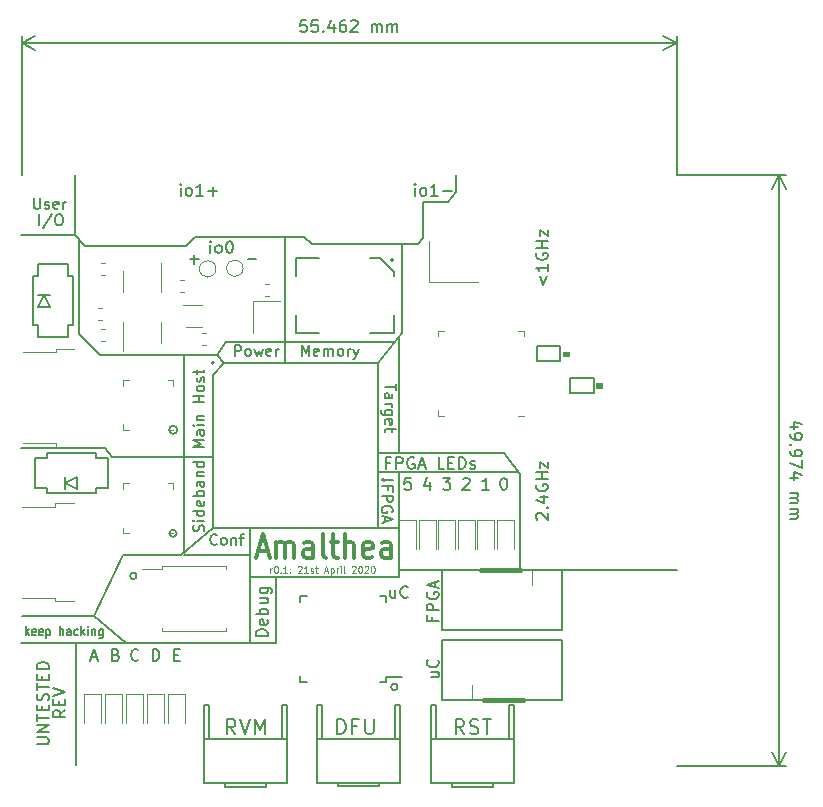
<source format=gto>
G04 #@! TF.GenerationSoftware,KiCad,Pcbnew,5.1.5-52549c5~84~ubuntu18.04.1*
G04 #@! TF.CreationDate,2020-04-21T12:23:25+01:00*
G04 #@! TF.ProjectId,amalthea_rev0,616d616c-7468-4656-915f-726576302e6b,rev?*
G04 #@! TF.SameCoordinates,Original*
G04 #@! TF.FileFunction,Legend,Top*
G04 #@! TF.FilePolarity,Positive*
%FSLAX46Y46*%
G04 Gerber Fmt 4.6, Leading zero omitted, Abs format (unit mm)*
G04 Created by KiCad (PCBNEW 5.1.5-52549c5~84~ubuntu18.04.1) date 2020-04-21 12:23:25*
%MOMM*%
%LPD*%
G04 APERTURE LIST*
%ADD10C,0.150000*%
%ADD11C,0.381000*%
%ADD12C,0.203200*%
%ADD13C,0.125000*%
%ADD14C,0.300000*%
%ADD15C,0.120000*%
%ADD16C,0.100000*%
%ADD17C,0.200000*%
G04 APERTURE END LIST*
D10*
X111269047Y-73121428D02*
X112030952Y-73121428D01*
X106369047Y-73121428D02*
X107130952Y-73121428D01*
X106750000Y-73502380D02*
X106750000Y-72740476D01*
X108121428Y-72602380D02*
X108121428Y-71935714D01*
X108121428Y-71602380D02*
X108073809Y-71650000D01*
X108121428Y-71697619D01*
X108169047Y-71650000D01*
X108121428Y-71602380D01*
X108121428Y-71697619D01*
X108740476Y-72602380D02*
X108645238Y-72554761D01*
X108597619Y-72507142D01*
X108550000Y-72411904D01*
X108550000Y-72126190D01*
X108597619Y-72030952D01*
X108645238Y-71983333D01*
X108740476Y-71935714D01*
X108883333Y-71935714D01*
X108978571Y-71983333D01*
X109026190Y-72030952D01*
X109073809Y-72126190D01*
X109073809Y-72411904D01*
X109026190Y-72507142D01*
X108978571Y-72554761D01*
X108883333Y-72602380D01*
X108740476Y-72602380D01*
X109692857Y-71602380D02*
X109788095Y-71602380D01*
X109883333Y-71650000D01*
X109930952Y-71697619D01*
X109978571Y-71792857D01*
X110026190Y-71983333D01*
X110026190Y-72221428D01*
X109978571Y-72411904D01*
X109930952Y-72507142D01*
X109883333Y-72554761D01*
X109788095Y-72602380D01*
X109692857Y-72602380D01*
X109597619Y-72554761D01*
X109550000Y-72507142D01*
X109502380Y-72411904D01*
X109454761Y-72221428D01*
X109454761Y-71983333D01*
X109502380Y-71792857D01*
X109550000Y-71697619D01*
X109597619Y-71650000D01*
X109692857Y-71602380D01*
X136035714Y-74573809D02*
X136321428Y-75335714D01*
X136607142Y-74573809D01*
X136702380Y-73573809D02*
X136702380Y-74145238D01*
X136702380Y-73859523D02*
X135702380Y-73859523D01*
X135845238Y-73954761D01*
X135940476Y-74050000D01*
X135988095Y-74145238D01*
X135750000Y-72621428D02*
X135702380Y-72716666D01*
X135702380Y-72859523D01*
X135750000Y-73002380D01*
X135845238Y-73097619D01*
X135940476Y-73145238D01*
X136130952Y-73192857D01*
X136273809Y-73192857D01*
X136464285Y-73145238D01*
X136559523Y-73097619D01*
X136654761Y-73002380D01*
X136702380Y-72859523D01*
X136702380Y-72764285D01*
X136654761Y-72621428D01*
X136607142Y-72573809D01*
X136273809Y-72573809D01*
X136273809Y-72764285D01*
X136702380Y-72145238D02*
X135702380Y-72145238D01*
X136178571Y-72145238D02*
X136178571Y-71573809D01*
X136702380Y-71573809D02*
X135702380Y-71573809D01*
X136035714Y-71192857D02*
X136035714Y-70669047D01*
X136702380Y-71192857D01*
X136702380Y-70669047D01*
X135797619Y-95178571D02*
X135750000Y-95130952D01*
X135702380Y-95035714D01*
X135702380Y-94797619D01*
X135750000Y-94702380D01*
X135797619Y-94654761D01*
X135892857Y-94607142D01*
X135988095Y-94607142D01*
X136130952Y-94654761D01*
X136702380Y-95226190D01*
X136702380Y-94607142D01*
X136607142Y-94178571D02*
X136654761Y-94130952D01*
X136702380Y-94178571D01*
X136654761Y-94226190D01*
X136607142Y-94178571D01*
X136702380Y-94178571D01*
X136035714Y-93273809D02*
X136702380Y-93273809D01*
X135654761Y-93511904D02*
X136369047Y-93750000D01*
X136369047Y-93130952D01*
X135750000Y-92226190D02*
X135702380Y-92321428D01*
X135702380Y-92464285D01*
X135750000Y-92607142D01*
X135845238Y-92702380D01*
X135940476Y-92750000D01*
X136130952Y-92797619D01*
X136273809Y-92797619D01*
X136464285Y-92750000D01*
X136559523Y-92702380D01*
X136654761Y-92607142D01*
X136702380Y-92464285D01*
X136702380Y-92369047D01*
X136654761Y-92226190D01*
X136607142Y-92178571D01*
X136273809Y-92178571D01*
X136273809Y-92369047D01*
X136702380Y-91750000D02*
X135702380Y-91750000D01*
X136178571Y-91750000D02*
X136178571Y-91178571D01*
X136702380Y-91178571D02*
X135702380Y-91178571D01*
X136035714Y-90797619D02*
X136035714Y-90273809D01*
X136702380Y-90797619D01*
X136702380Y-90273809D01*
X92508614Y-104992714D02*
X92508614Y-104230714D01*
X92573928Y-104702428D02*
X92769871Y-104992714D01*
X92769871Y-104484714D02*
X92508614Y-104775000D01*
X93325042Y-104956428D02*
X93259728Y-104992714D01*
X93129100Y-104992714D01*
X93063785Y-104956428D01*
X93031128Y-104883857D01*
X93031128Y-104593571D01*
X93063785Y-104521000D01*
X93129100Y-104484714D01*
X93259728Y-104484714D01*
X93325042Y-104521000D01*
X93357700Y-104593571D01*
X93357700Y-104666142D01*
X93031128Y-104738714D01*
X93912871Y-104956428D02*
X93847557Y-104992714D01*
X93716928Y-104992714D01*
X93651614Y-104956428D01*
X93618957Y-104883857D01*
X93618957Y-104593571D01*
X93651614Y-104521000D01*
X93716928Y-104484714D01*
X93847557Y-104484714D01*
X93912871Y-104521000D01*
X93945528Y-104593571D01*
X93945528Y-104666142D01*
X93618957Y-104738714D01*
X94239442Y-104484714D02*
X94239442Y-105246714D01*
X94239442Y-104521000D02*
X94304757Y-104484714D01*
X94435385Y-104484714D01*
X94500700Y-104521000D01*
X94533357Y-104557285D01*
X94566014Y-104629857D01*
X94566014Y-104847571D01*
X94533357Y-104920142D01*
X94500700Y-104956428D01*
X94435385Y-104992714D01*
X94304757Y-104992714D01*
X94239442Y-104956428D01*
X95382442Y-104992714D02*
X95382442Y-104230714D01*
X95676357Y-104992714D02*
X95676357Y-104593571D01*
X95643700Y-104521000D01*
X95578385Y-104484714D01*
X95480414Y-104484714D01*
X95415100Y-104521000D01*
X95382442Y-104557285D01*
X96296842Y-104992714D02*
X96296842Y-104593571D01*
X96264185Y-104521000D01*
X96198871Y-104484714D01*
X96068242Y-104484714D01*
X96002928Y-104521000D01*
X96296842Y-104956428D02*
X96231528Y-104992714D01*
X96068242Y-104992714D01*
X96002928Y-104956428D01*
X95970271Y-104883857D01*
X95970271Y-104811285D01*
X96002928Y-104738714D01*
X96068242Y-104702428D01*
X96231528Y-104702428D01*
X96296842Y-104666142D01*
X96917328Y-104956428D02*
X96852014Y-104992714D01*
X96721385Y-104992714D01*
X96656071Y-104956428D01*
X96623414Y-104920142D01*
X96590757Y-104847571D01*
X96590757Y-104629857D01*
X96623414Y-104557285D01*
X96656071Y-104521000D01*
X96721385Y-104484714D01*
X96852014Y-104484714D01*
X96917328Y-104521000D01*
X97211242Y-104992714D02*
X97211242Y-104230714D01*
X97276557Y-104702428D02*
X97472500Y-104992714D01*
X97472500Y-104484714D02*
X97211242Y-104775000D01*
X97766414Y-104992714D02*
X97766414Y-104484714D01*
X97766414Y-104230714D02*
X97733757Y-104267000D01*
X97766414Y-104303285D01*
X97799071Y-104267000D01*
X97766414Y-104230714D01*
X97766414Y-104303285D01*
X98092985Y-104484714D02*
X98092985Y-104992714D01*
X98092985Y-104557285D02*
X98125642Y-104521000D01*
X98190957Y-104484714D01*
X98288928Y-104484714D01*
X98354242Y-104521000D01*
X98386900Y-104593571D01*
X98386900Y-104992714D01*
X99007385Y-104484714D02*
X99007385Y-105101571D01*
X98974728Y-105174142D01*
X98942071Y-105210428D01*
X98876757Y-105246714D01*
X98778785Y-105246714D01*
X98713471Y-105210428D01*
X99007385Y-104956428D02*
X98942071Y-104992714D01*
X98811442Y-104992714D01*
X98746128Y-104956428D01*
X98713471Y-104920142D01*
X98680814Y-104847571D01*
X98680814Y-104629857D01*
X98713471Y-104557285D01*
X98746128Y-104521000D01*
X98811442Y-104484714D01*
X98942071Y-104484714D01*
X99007385Y-104521000D01*
X93181714Y-67952257D02*
X93181714Y-68692485D01*
X93225257Y-68779571D01*
X93268800Y-68823114D01*
X93355885Y-68866657D01*
X93530057Y-68866657D01*
X93617142Y-68823114D01*
X93660685Y-68779571D01*
X93704228Y-68692485D01*
X93704228Y-67952257D01*
X94096114Y-68823114D02*
X94183200Y-68866657D01*
X94357371Y-68866657D01*
X94444457Y-68823114D01*
X94488000Y-68736028D01*
X94488000Y-68692485D01*
X94444457Y-68605400D01*
X94357371Y-68561857D01*
X94226742Y-68561857D01*
X94139657Y-68518314D01*
X94096114Y-68431228D01*
X94096114Y-68387685D01*
X94139657Y-68300600D01*
X94226742Y-68257057D01*
X94357371Y-68257057D01*
X94444457Y-68300600D01*
X95228228Y-68823114D02*
X95141142Y-68866657D01*
X94966971Y-68866657D01*
X94879885Y-68823114D01*
X94836342Y-68736028D01*
X94836342Y-68387685D01*
X94879885Y-68300600D01*
X94966971Y-68257057D01*
X95141142Y-68257057D01*
X95228228Y-68300600D01*
X95271771Y-68387685D01*
X95271771Y-68474771D01*
X94836342Y-68561857D01*
X95663657Y-68866657D02*
X95663657Y-68257057D01*
X95663657Y-68431228D02*
X95707200Y-68344142D01*
X95750742Y-68300600D01*
X95837828Y-68257057D01*
X95924914Y-68257057D01*
X93657057Y-70263657D02*
X93657057Y-69349257D01*
X94745628Y-69305714D02*
X93961857Y-70481371D01*
X95224600Y-69349257D02*
X95398771Y-69349257D01*
X95485857Y-69392800D01*
X95572942Y-69479885D01*
X95616485Y-69654057D01*
X95616485Y-69958857D01*
X95572942Y-70133028D01*
X95485857Y-70220114D01*
X95398771Y-70263657D01*
X95224600Y-70263657D01*
X95137514Y-70220114D01*
X95050428Y-70133028D01*
X95006885Y-69958857D01*
X95006885Y-69654057D01*
X95050428Y-69479885D01*
X95137514Y-69392800D01*
X95224600Y-69349257D01*
D11*
X131318000Y-110490000D02*
X134620000Y-110490000D01*
X131064000Y-99441000D02*
X134366000Y-99441000D01*
D12*
X123981981Y-109347000D02*
G75*
G03X123981981Y-109347000I-283981J0D01*
G01*
X105330407Y-87581000D02*
G75*
G03X105330407Y-87581000I-350407J0D01*
G01*
X105286936Y-96344000D02*
G75*
G03X105286936Y-96344000I-306936J0D01*
G01*
X101883981Y-99949000D02*
G75*
G03X101883981Y-99949000I-283981J0D01*
G01*
X98298000Y-103378000D02*
X100965000Y-105664000D01*
X96774000Y-105664000D02*
X96774000Y-115951000D01*
D10*
X95829380Y-111315428D02*
X95353190Y-111648761D01*
X95829380Y-111886857D02*
X94829380Y-111886857D01*
X94829380Y-111505904D01*
X94877000Y-111410666D01*
X94924619Y-111363047D01*
X95019857Y-111315428D01*
X95162714Y-111315428D01*
X95257952Y-111363047D01*
X95305571Y-111410666D01*
X95353190Y-111505904D01*
X95353190Y-111886857D01*
X95305571Y-110886857D02*
X95305571Y-110553523D01*
X95829380Y-110410666D02*
X95829380Y-110886857D01*
X94829380Y-110886857D01*
X94829380Y-110410666D01*
X94829380Y-110124952D02*
X95829380Y-109791619D01*
X94829380Y-109458285D01*
X93432380Y-114196380D02*
X94241904Y-114196380D01*
X94337142Y-114148761D01*
X94384761Y-114101142D01*
X94432380Y-114005904D01*
X94432380Y-113815428D01*
X94384761Y-113720190D01*
X94337142Y-113672571D01*
X94241904Y-113624952D01*
X93432380Y-113624952D01*
X94432380Y-113148761D02*
X93432380Y-113148761D01*
X94432380Y-112577333D01*
X93432380Y-112577333D01*
X93432380Y-112244000D02*
X93432380Y-111672571D01*
X94432380Y-111958285D02*
X93432380Y-111958285D01*
X93908571Y-111339238D02*
X93908571Y-111005904D01*
X94432380Y-110863047D02*
X94432380Y-111339238D01*
X93432380Y-111339238D01*
X93432380Y-110863047D01*
X94384761Y-110482095D02*
X94432380Y-110339238D01*
X94432380Y-110101142D01*
X94384761Y-110005904D01*
X94337142Y-109958285D01*
X94241904Y-109910666D01*
X94146666Y-109910666D01*
X94051428Y-109958285D01*
X94003809Y-110005904D01*
X93956190Y-110101142D01*
X93908571Y-110291619D01*
X93860952Y-110386857D01*
X93813333Y-110434476D01*
X93718095Y-110482095D01*
X93622857Y-110482095D01*
X93527619Y-110434476D01*
X93480000Y-110386857D01*
X93432380Y-110291619D01*
X93432380Y-110053523D01*
X93480000Y-109910666D01*
X93432380Y-109624952D02*
X93432380Y-109053523D01*
X94432380Y-109339238D02*
X93432380Y-109339238D01*
X93908571Y-108720190D02*
X93908571Y-108386857D01*
X94432380Y-108244000D02*
X94432380Y-108720190D01*
X93432380Y-108720190D01*
X93432380Y-108244000D01*
X94432380Y-107815428D02*
X93432380Y-107815428D01*
X93432380Y-107577333D01*
X93480000Y-107434476D01*
X93575238Y-107339238D01*
X93670476Y-107291619D01*
X93860952Y-107244000D01*
X94003809Y-107244000D01*
X94194285Y-107291619D01*
X94289523Y-107339238D01*
X94384761Y-107434476D01*
X94432380Y-107577333D01*
X94432380Y-107815428D01*
D12*
X96647000Y-71120000D02*
X96647000Y-66040000D01*
D10*
X108668457Y-97227571D02*
X108624914Y-97271114D01*
X108494285Y-97314657D01*
X108407200Y-97314657D01*
X108276571Y-97271114D01*
X108189485Y-97184028D01*
X108145942Y-97096942D01*
X108102400Y-96922771D01*
X108102400Y-96792142D01*
X108145942Y-96617971D01*
X108189485Y-96530885D01*
X108276571Y-96443800D01*
X108407200Y-96400257D01*
X108494285Y-96400257D01*
X108624914Y-96443800D01*
X108668457Y-96487342D01*
X109190971Y-97314657D02*
X109103885Y-97271114D01*
X109060342Y-97227571D01*
X109016800Y-97140485D01*
X109016800Y-96879228D01*
X109060342Y-96792142D01*
X109103885Y-96748600D01*
X109190971Y-96705057D01*
X109321600Y-96705057D01*
X109408685Y-96748600D01*
X109452228Y-96792142D01*
X109495771Y-96879228D01*
X109495771Y-97140485D01*
X109452228Y-97227571D01*
X109408685Y-97271114D01*
X109321600Y-97314657D01*
X109190971Y-97314657D01*
X109887657Y-96705057D02*
X109887657Y-97314657D01*
X109887657Y-96792142D02*
X109931200Y-96748600D01*
X110018285Y-96705057D01*
X110148914Y-96705057D01*
X110236000Y-96748600D01*
X110279542Y-96835685D01*
X110279542Y-97314657D01*
X110584342Y-96705057D02*
X110932685Y-96705057D01*
X110714971Y-97314657D02*
X110714971Y-96530885D01*
X110758514Y-96443800D01*
X110845600Y-96400257D01*
X110932685Y-96400257D01*
D12*
X105918000Y-98171000D02*
X111506000Y-98171000D01*
D10*
X129606523Y-113350523D02*
X129183190Y-112745761D01*
X128880809Y-113350523D02*
X128880809Y-112080523D01*
X129364619Y-112080523D01*
X129485571Y-112141000D01*
X129546047Y-112201476D01*
X129606523Y-112322428D01*
X129606523Y-112503857D01*
X129546047Y-112624809D01*
X129485571Y-112685285D01*
X129364619Y-112745761D01*
X128880809Y-112745761D01*
X130090333Y-113290047D02*
X130271761Y-113350523D01*
X130574142Y-113350523D01*
X130695095Y-113290047D01*
X130755571Y-113229571D01*
X130816047Y-113108619D01*
X130816047Y-112987666D01*
X130755571Y-112866714D01*
X130695095Y-112806238D01*
X130574142Y-112745761D01*
X130332238Y-112685285D01*
X130211285Y-112624809D01*
X130150809Y-112564333D01*
X130090333Y-112443380D01*
X130090333Y-112322428D01*
X130150809Y-112201476D01*
X130211285Y-112141000D01*
X130332238Y-112080523D01*
X130634619Y-112080523D01*
X130816047Y-112141000D01*
X131178904Y-112080523D02*
X131904619Y-112080523D01*
X131541761Y-113350523D02*
X131541761Y-112080523D01*
X118853857Y-113350523D02*
X118853857Y-112080523D01*
X119156238Y-112080523D01*
X119337666Y-112141000D01*
X119458619Y-112261952D01*
X119519095Y-112382904D01*
X119579571Y-112624809D01*
X119579571Y-112806238D01*
X119519095Y-113048142D01*
X119458619Y-113169095D01*
X119337666Y-113290047D01*
X119156238Y-113350523D01*
X118853857Y-113350523D01*
X120547190Y-112685285D02*
X120123857Y-112685285D01*
X120123857Y-113350523D02*
X120123857Y-112080523D01*
X120728619Y-112080523D01*
X121212428Y-112080523D02*
X121212428Y-113108619D01*
X121272904Y-113229571D01*
X121333380Y-113290047D01*
X121454333Y-113350523D01*
X121696238Y-113350523D01*
X121817190Y-113290047D01*
X121877666Y-113229571D01*
X121938142Y-113108619D01*
X121938142Y-112080523D01*
X110248095Y-113350523D02*
X109824761Y-112745761D01*
X109522380Y-113350523D02*
X109522380Y-112080523D01*
X110006190Y-112080523D01*
X110127142Y-112141000D01*
X110187619Y-112201476D01*
X110248095Y-112322428D01*
X110248095Y-112503857D01*
X110187619Y-112624809D01*
X110127142Y-112685285D01*
X110006190Y-112745761D01*
X109522380Y-112745761D01*
X110610952Y-112080523D02*
X111034285Y-113350523D01*
X111457619Y-112080523D01*
X111880952Y-113350523D02*
X111880952Y-112080523D01*
X112304285Y-112987666D01*
X112727619Y-112080523D01*
X112727619Y-113350523D01*
D12*
X113665000Y-105664000D02*
X113665000Y-100076000D01*
X111506000Y-105664000D02*
X113665000Y-105664000D01*
X124079000Y-91186000D02*
X124079000Y-91440000D01*
X122301000Y-91186000D02*
X134239000Y-91186000D01*
X122682000Y-91821000D02*
X122809000Y-91948000D01*
X122682000Y-91821000D02*
X122809000Y-91694000D01*
X123571000Y-91821000D02*
X122682000Y-91821000D01*
X124079000Y-95885000D02*
X122316000Y-95900000D01*
X124079000Y-100076000D02*
X124079000Y-99314000D01*
X123825000Y-100076000D02*
X124079000Y-100076000D01*
X127762000Y-99441000D02*
X124079000Y-99441000D01*
X124079000Y-91440000D02*
X124079000Y-99441000D01*
X124079000Y-89535000D02*
X124079000Y-79756000D01*
X109474000Y-80137000D02*
X123698000Y-80137000D01*
X109474000Y-80137000D02*
X108712000Y-81280000D01*
X105918000Y-89916000D02*
X105918000Y-98044000D01*
X105918000Y-89916000D02*
X105918000Y-81280000D01*
X137922000Y-99441000D02*
X147600000Y-99441000D01*
X96774000Y-105664000D02*
X92075000Y-105664000D01*
X111506000Y-105664000D02*
X106426000Y-105664000D01*
X111506000Y-100076000D02*
X111506000Y-105664000D01*
X123825000Y-100076000D02*
X123444000Y-100076000D01*
X134366000Y-98933000D02*
X134366000Y-99441000D01*
X111506000Y-100076000D02*
X111506000Y-95885000D01*
X111506000Y-100076000D02*
X123571000Y-100076000D01*
X132969000Y-89535000D02*
X134366000Y-91313000D01*
X122428000Y-89535000D02*
X132969000Y-89535000D01*
X128905000Y-67437000D02*
X128905000Y-66040000D01*
X128270000Y-68326000D02*
X128905000Y-67437000D01*
X126111000Y-68326000D02*
X128270000Y-68326000D01*
X126111000Y-68453000D02*
X126111000Y-68326000D01*
X126111000Y-71374000D02*
X126111000Y-68453000D01*
X125730000Y-71882000D02*
X126111000Y-71374000D01*
X124333000Y-71882000D02*
X125730000Y-71882000D01*
X124333000Y-71882000D02*
X124333000Y-79375000D01*
X116713000Y-71882000D02*
X124333000Y-71882000D01*
X116078000Y-71247000D02*
X116713000Y-71882000D01*
X114427000Y-71247000D02*
X116078000Y-71247000D01*
X97028000Y-77343000D02*
X97028000Y-71501000D01*
X96647000Y-71120000D02*
X92075000Y-71120000D01*
X97536000Y-72009000D02*
X96647000Y-71120000D01*
X106045000Y-72009000D02*
X97536000Y-72009000D01*
X106807000Y-71247000D02*
X106045000Y-72009000D01*
X114427000Y-71247000D02*
X106807000Y-71247000D01*
X114427000Y-71247000D02*
X114427000Y-81915000D01*
X122301000Y-81915000D02*
X124333000Y-79375000D01*
X99187000Y-89154000D02*
X99822000Y-89916000D01*
X102616000Y-89916000D02*
X99822000Y-89916000D01*
X102616000Y-89916000D02*
X108331000Y-89916000D01*
X105664000Y-98171000D02*
X108331000Y-95885000D01*
X100711000Y-98171000D02*
X105664000Y-98171000D01*
X98298000Y-103378000D02*
X100711000Y-98171000D01*
X108712000Y-81280000D02*
X109316000Y-81900000D01*
X107442000Y-81280000D02*
X108712000Y-81280000D01*
X92202000Y-103378000D02*
X98298000Y-103378000D01*
X99187000Y-89154000D02*
X92075000Y-89154000D01*
X97028000Y-79502000D02*
X97028000Y-77343000D01*
X97790000Y-80264000D02*
X97028000Y-79502000D01*
X105156000Y-81280000D02*
X107569000Y-81280000D01*
X101854000Y-81280000D02*
X105156000Y-81280000D01*
X98806000Y-81280000D02*
X101854000Y-81280000D01*
X98679000Y-81153000D02*
X98806000Y-81280000D01*
X97790000Y-80264000D02*
X98679000Y-81153000D01*
D10*
X115885685Y-81312657D02*
X115885685Y-80398257D01*
X116190485Y-81051400D01*
X116495285Y-80398257D01*
X116495285Y-81312657D01*
X117279057Y-81269114D02*
X117191971Y-81312657D01*
X117017800Y-81312657D01*
X116930714Y-81269114D01*
X116887171Y-81182028D01*
X116887171Y-80833685D01*
X116930714Y-80746600D01*
X117017800Y-80703057D01*
X117191971Y-80703057D01*
X117279057Y-80746600D01*
X117322600Y-80833685D01*
X117322600Y-80920771D01*
X116887171Y-81007857D01*
X117714485Y-81312657D02*
X117714485Y-80703057D01*
X117714485Y-80790142D02*
X117758028Y-80746600D01*
X117845114Y-80703057D01*
X117975742Y-80703057D01*
X118062828Y-80746600D01*
X118106371Y-80833685D01*
X118106371Y-81312657D01*
X118106371Y-80833685D02*
X118149914Y-80746600D01*
X118237000Y-80703057D01*
X118367628Y-80703057D01*
X118454714Y-80746600D01*
X118498257Y-80833685D01*
X118498257Y-81312657D01*
X119064314Y-81312657D02*
X118977228Y-81269114D01*
X118933685Y-81225571D01*
X118890142Y-81138485D01*
X118890142Y-80877228D01*
X118933685Y-80790142D01*
X118977228Y-80746600D01*
X119064314Y-80703057D01*
X119194942Y-80703057D01*
X119282028Y-80746600D01*
X119325571Y-80790142D01*
X119369114Y-80877228D01*
X119369114Y-81138485D01*
X119325571Y-81225571D01*
X119282028Y-81269114D01*
X119194942Y-81312657D01*
X119064314Y-81312657D01*
X119761000Y-81312657D02*
X119761000Y-80703057D01*
X119761000Y-80877228D02*
X119804542Y-80790142D01*
X119848085Y-80746600D01*
X119935171Y-80703057D01*
X120022257Y-80703057D01*
X120239971Y-80703057D02*
X120457685Y-81312657D01*
X120675400Y-80703057D02*
X120457685Y-81312657D01*
X120370600Y-81530371D01*
X120327057Y-81573914D01*
X120239971Y-81617457D01*
D13*
X113198123Y-99712428D02*
X113198123Y-99312428D01*
X113198123Y-99426714D02*
X113224733Y-99369571D01*
X113251342Y-99341000D01*
X113304561Y-99312428D01*
X113357780Y-99312428D01*
X113650485Y-99112428D02*
X113703704Y-99112428D01*
X113756923Y-99141000D01*
X113783533Y-99169571D01*
X113810142Y-99226714D01*
X113836752Y-99341000D01*
X113836752Y-99483857D01*
X113810142Y-99598142D01*
X113783533Y-99655285D01*
X113756923Y-99683857D01*
X113703704Y-99712428D01*
X113650485Y-99712428D01*
X113597266Y-99683857D01*
X113570657Y-99655285D01*
X113544047Y-99598142D01*
X113517438Y-99483857D01*
X113517438Y-99341000D01*
X113544047Y-99226714D01*
X113570657Y-99169571D01*
X113597266Y-99141000D01*
X113650485Y-99112428D01*
X114076238Y-99655285D02*
X114102847Y-99683857D01*
X114076238Y-99712428D01*
X114049628Y-99683857D01*
X114076238Y-99655285D01*
X114076238Y-99712428D01*
X114635038Y-99712428D02*
X114315723Y-99712428D01*
X114475380Y-99712428D02*
X114475380Y-99112428D01*
X114422161Y-99198142D01*
X114368942Y-99255285D01*
X114315723Y-99283857D01*
X114874523Y-99655285D02*
X114901133Y-99683857D01*
X114874523Y-99712428D01*
X114847914Y-99683857D01*
X114874523Y-99655285D01*
X114874523Y-99712428D01*
X114874523Y-99341000D02*
X114901133Y-99369571D01*
X114874523Y-99398142D01*
X114847914Y-99369571D01*
X114874523Y-99341000D01*
X114874523Y-99398142D01*
X115539761Y-99169571D02*
X115566371Y-99141000D01*
X115619590Y-99112428D01*
X115752638Y-99112428D01*
X115805857Y-99141000D01*
X115832466Y-99169571D01*
X115859076Y-99226714D01*
X115859076Y-99283857D01*
X115832466Y-99369571D01*
X115513152Y-99712428D01*
X115859076Y-99712428D01*
X116391266Y-99712428D02*
X116071952Y-99712428D01*
X116231609Y-99712428D02*
X116231609Y-99112428D01*
X116178390Y-99198142D01*
X116125171Y-99255285D01*
X116071952Y-99283857D01*
X116604142Y-99683857D02*
X116657361Y-99712428D01*
X116763800Y-99712428D01*
X116817019Y-99683857D01*
X116843628Y-99626714D01*
X116843628Y-99598142D01*
X116817019Y-99541000D01*
X116763800Y-99512428D01*
X116683971Y-99512428D01*
X116630752Y-99483857D01*
X116604142Y-99426714D01*
X116604142Y-99398142D01*
X116630752Y-99341000D01*
X116683971Y-99312428D01*
X116763800Y-99312428D01*
X116817019Y-99341000D01*
X117003285Y-99312428D02*
X117216161Y-99312428D01*
X117083114Y-99112428D02*
X117083114Y-99626714D01*
X117109723Y-99683857D01*
X117162942Y-99712428D01*
X117216161Y-99712428D01*
X117801571Y-99541000D02*
X118067666Y-99541000D01*
X117748352Y-99712428D02*
X117934619Y-99112428D01*
X118120885Y-99712428D01*
X118307152Y-99312428D02*
X118307152Y-99912428D01*
X118307152Y-99341000D02*
X118360371Y-99312428D01*
X118466809Y-99312428D01*
X118520028Y-99341000D01*
X118546638Y-99369571D01*
X118573247Y-99426714D01*
X118573247Y-99598142D01*
X118546638Y-99655285D01*
X118520028Y-99683857D01*
X118466809Y-99712428D01*
X118360371Y-99712428D01*
X118307152Y-99683857D01*
X118812733Y-99712428D02*
X118812733Y-99312428D01*
X118812733Y-99426714D02*
X118839342Y-99369571D01*
X118865952Y-99341000D01*
X118919171Y-99312428D01*
X118972390Y-99312428D01*
X119158657Y-99712428D02*
X119158657Y-99312428D01*
X119158657Y-99112428D02*
X119132047Y-99141000D01*
X119158657Y-99169571D01*
X119185266Y-99141000D01*
X119158657Y-99112428D01*
X119158657Y-99169571D01*
X119504580Y-99712428D02*
X119451361Y-99683857D01*
X119424752Y-99626714D01*
X119424752Y-99112428D01*
X120116600Y-99169571D02*
X120143209Y-99141000D01*
X120196428Y-99112428D01*
X120329476Y-99112428D01*
X120382695Y-99141000D01*
X120409304Y-99169571D01*
X120435914Y-99226714D01*
X120435914Y-99283857D01*
X120409304Y-99369571D01*
X120089990Y-99712428D01*
X120435914Y-99712428D01*
X120781838Y-99112428D02*
X120835057Y-99112428D01*
X120888276Y-99141000D01*
X120914885Y-99169571D01*
X120941495Y-99226714D01*
X120968104Y-99341000D01*
X120968104Y-99483857D01*
X120941495Y-99598142D01*
X120914885Y-99655285D01*
X120888276Y-99683857D01*
X120835057Y-99712428D01*
X120781838Y-99712428D01*
X120728619Y-99683857D01*
X120702009Y-99655285D01*
X120675400Y-99598142D01*
X120648790Y-99483857D01*
X120648790Y-99341000D01*
X120675400Y-99226714D01*
X120702009Y-99169571D01*
X120728619Y-99141000D01*
X120781838Y-99112428D01*
X121180980Y-99169571D02*
X121207590Y-99141000D01*
X121260809Y-99112428D01*
X121393857Y-99112428D01*
X121447076Y-99141000D01*
X121473685Y-99169571D01*
X121500295Y-99226714D01*
X121500295Y-99283857D01*
X121473685Y-99369571D01*
X121154371Y-99712428D01*
X121500295Y-99712428D01*
X121846219Y-99112428D02*
X121899438Y-99112428D01*
X121952657Y-99141000D01*
X121979266Y-99169571D01*
X122005876Y-99226714D01*
X122032485Y-99341000D01*
X122032485Y-99483857D01*
X122005876Y-99598142D01*
X121979266Y-99655285D01*
X121952657Y-99683857D01*
X121899438Y-99712428D01*
X121846219Y-99712428D01*
X121793000Y-99683857D01*
X121766390Y-99655285D01*
X121739780Y-99598142D01*
X121713171Y-99483857D01*
X121713171Y-99341000D01*
X121739780Y-99226714D01*
X121766390Y-99169571D01*
X121793000Y-99141000D01*
X121846219Y-99112428D01*
D10*
X123793285Y-101131714D02*
X123793285Y-101798380D01*
X123364714Y-101131714D02*
X123364714Y-101655523D01*
X123412333Y-101750761D01*
X123507571Y-101798380D01*
X123650428Y-101798380D01*
X123745666Y-101750761D01*
X123793285Y-101703142D01*
X124840904Y-101703142D02*
X124793285Y-101750761D01*
X124650428Y-101798380D01*
X124555190Y-101798380D01*
X124412333Y-101750761D01*
X124317095Y-101655523D01*
X124269476Y-101560285D01*
X124221857Y-101369809D01*
X124221857Y-101226952D01*
X124269476Y-101036476D01*
X124317095Y-100941238D01*
X124412333Y-100846000D01*
X124555190Y-100798380D01*
X124650428Y-100798380D01*
X124793285Y-100846000D01*
X124840904Y-100893619D01*
D14*
X112133333Y-97833333D02*
X112966666Y-97833333D01*
X111966666Y-98404761D02*
X112550000Y-96404761D01*
X113133333Y-98404761D01*
X113716666Y-98404761D02*
X113716666Y-97071428D01*
X113716666Y-97261904D02*
X113800000Y-97166666D01*
X113966666Y-97071428D01*
X114216666Y-97071428D01*
X114383333Y-97166666D01*
X114466666Y-97357142D01*
X114466666Y-98404761D01*
X114466666Y-97357142D02*
X114550000Y-97166666D01*
X114716666Y-97071428D01*
X114966666Y-97071428D01*
X115133333Y-97166666D01*
X115216666Y-97357142D01*
X115216666Y-98404761D01*
X116800000Y-98404761D02*
X116800000Y-97357142D01*
X116716666Y-97166666D01*
X116550000Y-97071428D01*
X116216666Y-97071428D01*
X116050000Y-97166666D01*
X116800000Y-98309523D02*
X116633333Y-98404761D01*
X116216666Y-98404761D01*
X116050000Y-98309523D01*
X115966666Y-98119047D01*
X115966666Y-97928571D01*
X116050000Y-97738095D01*
X116216666Y-97642857D01*
X116633333Y-97642857D01*
X116800000Y-97547619D01*
X117883333Y-98404761D02*
X117716666Y-98309523D01*
X117633333Y-98119047D01*
X117633333Y-96404761D01*
X118300000Y-97071428D02*
X118966666Y-97071428D01*
X118550000Y-96404761D02*
X118550000Y-98119047D01*
X118633333Y-98309523D01*
X118800000Y-98404761D01*
X118966666Y-98404761D01*
X119550000Y-98404761D02*
X119550000Y-96404761D01*
X120300000Y-98404761D02*
X120300000Y-97357142D01*
X120216666Y-97166666D01*
X120050000Y-97071428D01*
X119800000Y-97071428D01*
X119633333Y-97166666D01*
X119550000Y-97261904D01*
X121800000Y-98309523D02*
X121633333Y-98404761D01*
X121300000Y-98404761D01*
X121133333Y-98309523D01*
X121050000Y-98119047D01*
X121050000Y-97357142D01*
X121133333Y-97166666D01*
X121300000Y-97071428D01*
X121633333Y-97071428D01*
X121800000Y-97166666D01*
X121883333Y-97357142D01*
X121883333Y-97547619D01*
X121050000Y-97738095D01*
X123383333Y-98404761D02*
X123383333Y-97357142D01*
X123300000Y-97166666D01*
X123133333Y-97071428D01*
X122800000Y-97071428D01*
X122633333Y-97166666D01*
X123383333Y-98309523D02*
X123216666Y-98404761D01*
X122800000Y-98404761D01*
X122633333Y-98309523D01*
X122550000Y-98119047D01*
X122550000Y-97928571D01*
X122633333Y-97738095D01*
X122800000Y-97642857D01*
X123216666Y-97642857D01*
X123383333Y-97547619D01*
D10*
X126785714Y-108108714D02*
X127452380Y-108108714D01*
X126785714Y-108537285D02*
X127309523Y-108537285D01*
X127404761Y-108489666D01*
X127452380Y-108394428D01*
X127452380Y-108251571D01*
X127404761Y-108156333D01*
X127357142Y-108108714D01*
X127357142Y-107061095D02*
X127404761Y-107108714D01*
X127452380Y-107251571D01*
X127452380Y-107346809D01*
X127404761Y-107489666D01*
X127309523Y-107584904D01*
X127214285Y-107632523D01*
X127023809Y-107680142D01*
X126880952Y-107680142D01*
X126690476Y-107632523D01*
X126595238Y-107584904D01*
X126500000Y-107489666D01*
X126452380Y-107346809D01*
X126452380Y-107251571D01*
X126500000Y-107108714D01*
X126547619Y-107061095D01*
X126928571Y-103393714D02*
X126928571Y-103727047D01*
X127452380Y-103727047D02*
X126452380Y-103727047D01*
X126452380Y-103250857D01*
X127452380Y-102869904D02*
X126452380Y-102869904D01*
X126452380Y-102488952D01*
X126500000Y-102393714D01*
X126547619Y-102346095D01*
X126642857Y-102298476D01*
X126785714Y-102298476D01*
X126880952Y-102346095D01*
X126928571Y-102393714D01*
X126976190Y-102488952D01*
X126976190Y-102869904D01*
X126500000Y-101346095D02*
X126452380Y-101441333D01*
X126452380Y-101584190D01*
X126500000Y-101727047D01*
X126595238Y-101822285D01*
X126690476Y-101869904D01*
X126880952Y-101917523D01*
X127023809Y-101917523D01*
X127214285Y-101869904D01*
X127309523Y-101822285D01*
X127404761Y-101727047D01*
X127452380Y-101584190D01*
X127452380Y-101488952D01*
X127404761Y-101346095D01*
X127357142Y-101298476D01*
X127023809Y-101298476D01*
X127023809Y-101488952D01*
X127166666Y-100917523D02*
X127166666Y-100441333D01*
X127452380Y-101012761D02*
X126452380Y-100679428D01*
X127452380Y-100346095D01*
X125452380Y-67752380D02*
X125452380Y-67085714D01*
X125452380Y-66752380D02*
X125404761Y-66800000D01*
X125452380Y-66847619D01*
X125500000Y-66800000D01*
X125452380Y-66752380D01*
X125452380Y-66847619D01*
X126071428Y-67752380D02*
X125976190Y-67704761D01*
X125928571Y-67657142D01*
X125880952Y-67561904D01*
X125880952Y-67276190D01*
X125928571Y-67180952D01*
X125976190Y-67133333D01*
X126071428Y-67085714D01*
X126214285Y-67085714D01*
X126309523Y-67133333D01*
X126357142Y-67180952D01*
X126404761Y-67276190D01*
X126404761Y-67561904D01*
X126357142Y-67657142D01*
X126309523Y-67704761D01*
X126214285Y-67752380D01*
X126071428Y-67752380D01*
X127357142Y-67752380D02*
X126785714Y-67752380D01*
X127071428Y-67752380D02*
X127071428Y-66752380D01*
X126976190Y-66895238D01*
X126880952Y-66990476D01*
X126785714Y-67038095D01*
X127785714Y-67371428D02*
X128547619Y-67371428D01*
X105602380Y-67752380D02*
X105602380Y-67085714D01*
X105602380Y-66752380D02*
X105554761Y-66800000D01*
X105602380Y-66847619D01*
X105650000Y-66800000D01*
X105602380Y-66752380D01*
X105602380Y-66847619D01*
X106221428Y-67752380D02*
X106126190Y-67704761D01*
X106078571Y-67657142D01*
X106030952Y-67561904D01*
X106030952Y-67276190D01*
X106078571Y-67180952D01*
X106126190Y-67133333D01*
X106221428Y-67085714D01*
X106364285Y-67085714D01*
X106459523Y-67133333D01*
X106507142Y-67180952D01*
X106554761Y-67276190D01*
X106554761Y-67561904D01*
X106507142Y-67657142D01*
X106459523Y-67704761D01*
X106364285Y-67752380D01*
X106221428Y-67752380D01*
X107507142Y-67752380D02*
X106935714Y-67752380D01*
X107221428Y-67752380D02*
X107221428Y-66752380D01*
X107126190Y-66895238D01*
X107030952Y-66990476D01*
X106935714Y-67038095D01*
X107935714Y-67371428D02*
X108697619Y-67371428D01*
X108316666Y-67752380D02*
X108316666Y-66990476D01*
X110206971Y-81312657D02*
X110206971Y-80398257D01*
X110555314Y-80398257D01*
X110642400Y-80441800D01*
X110685942Y-80485342D01*
X110729485Y-80572428D01*
X110729485Y-80703057D01*
X110685942Y-80790142D01*
X110642400Y-80833685D01*
X110555314Y-80877228D01*
X110206971Y-80877228D01*
X111252000Y-81312657D02*
X111164914Y-81269114D01*
X111121371Y-81225571D01*
X111077828Y-81138485D01*
X111077828Y-80877228D01*
X111121371Y-80790142D01*
X111164914Y-80746600D01*
X111252000Y-80703057D01*
X111382628Y-80703057D01*
X111469714Y-80746600D01*
X111513257Y-80790142D01*
X111556800Y-80877228D01*
X111556800Y-81138485D01*
X111513257Y-81225571D01*
X111469714Y-81269114D01*
X111382628Y-81312657D01*
X111252000Y-81312657D01*
X111861600Y-80703057D02*
X112035771Y-81312657D01*
X112209942Y-80877228D01*
X112384114Y-81312657D01*
X112558285Y-80703057D01*
X113254971Y-81269114D02*
X113167885Y-81312657D01*
X112993714Y-81312657D01*
X112906628Y-81269114D01*
X112863085Y-81182028D01*
X112863085Y-80833685D01*
X112906628Y-80746600D01*
X112993714Y-80703057D01*
X113167885Y-80703057D01*
X113254971Y-80746600D01*
X113298514Y-80833685D01*
X113298514Y-80920771D01*
X112863085Y-81007857D01*
X113690400Y-81312657D02*
X113690400Y-80703057D01*
X113690400Y-80877228D02*
X113733942Y-80790142D01*
X113777485Y-80746600D01*
X113864571Y-80703057D01*
X113951657Y-80703057D01*
X123128314Y-92677342D02*
X123128314Y-92372542D01*
X122649342Y-92372542D02*
X123563742Y-92372542D01*
X123563742Y-92807971D01*
X122649342Y-93156314D02*
X123563742Y-93156314D01*
X123563742Y-93504657D01*
X123520200Y-93591742D01*
X123476657Y-93635285D01*
X123389571Y-93678828D01*
X123258942Y-93678828D01*
X123171857Y-93635285D01*
X123128314Y-93591742D01*
X123084771Y-93504657D01*
X123084771Y-93156314D01*
X123520200Y-94549685D02*
X123563742Y-94462600D01*
X123563742Y-94331971D01*
X123520200Y-94201342D01*
X123433114Y-94114257D01*
X123346028Y-94070714D01*
X123171857Y-94027171D01*
X123041228Y-94027171D01*
X122867057Y-94070714D01*
X122779971Y-94114257D01*
X122692885Y-94201342D01*
X122649342Y-94331971D01*
X122649342Y-94419057D01*
X122692885Y-94549685D01*
X122736428Y-94593228D01*
X123041228Y-94593228D01*
X123041228Y-94419057D01*
X122910600Y-94941571D02*
X122910600Y-95377000D01*
X122649342Y-94854485D02*
X123563742Y-95159285D01*
X122649342Y-95464085D01*
X123817742Y-83700257D02*
X123817742Y-84222771D01*
X122903342Y-83961514D02*
X123817742Y-83961514D01*
X122903342Y-84919457D02*
X123382314Y-84919457D01*
X123469400Y-84875914D01*
X123512942Y-84788828D01*
X123512942Y-84614657D01*
X123469400Y-84527571D01*
X122946885Y-84919457D02*
X122903342Y-84832371D01*
X122903342Y-84614657D01*
X122946885Y-84527571D01*
X123033971Y-84484028D01*
X123121057Y-84484028D01*
X123208142Y-84527571D01*
X123251685Y-84614657D01*
X123251685Y-84832371D01*
X123295228Y-84919457D01*
X122903342Y-85354885D02*
X123512942Y-85354885D01*
X123338771Y-85354885D02*
X123425857Y-85398428D01*
X123469400Y-85441971D01*
X123512942Y-85529057D01*
X123512942Y-85616142D01*
X123512942Y-86312828D02*
X122772714Y-86312828D01*
X122685628Y-86269285D01*
X122642085Y-86225742D01*
X122598542Y-86138657D01*
X122598542Y-86008028D01*
X122642085Y-85920942D01*
X122946885Y-86312828D02*
X122903342Y-86225742D01*
X122903342Y-86051571D01*
X122946885Y-85964485D01*
X122990428Y-85920942D01*
X123077514Y-85877400D01*
X123338771Y-85877400D01*
X123425857Y-85920942D01*
X123469400Y-85964485D01*
X123512942Y-86051571D01*
X123512942Y-86225742D01*
X123469400Y-86312828D01*
X122946885Y-87096600D02*
X122903342Y-87009514D01*
X122903342Y-86835342D01*
X122946885Y-86748257D01*
X123033971Y-86704714D01*
X123382314Y-86704714D01*
X123469400Y-86748257D01*
X123512942Y-86835342D01*
X123512942Y-87009514D01*
X123469400Y-87096600D01*
X123382314Y-87140142D01*
X123295228Y-87140142D01*
X123208142Y-86704714D01*
X123512942Y-87401400D02*
X123512942Y-87749742D01*
X123817742Y-87532028D02*
X123033971Y-87532028D01*
X122946885Y-87575571D01*
X122903342Y-87662657D01*
X122903342Y-87749742D01*
X107601657Y-89074171D02*
X106687257Y-89074171D01*
X107340400Y-88769371D01*
X106687257Y-88464571D01*
X107601657Y-88464571D01*
X107601657Y-87637257D02*
X107122685Y-87637257D01*
X107035600Y-87680800D01*
X106992057Y-87767885D01*
X106992057Y-87942057D01*
X107035600Y-88029142D01*
X107558114Y-87637257D02*
X107601657Y-87724342D01*
X107601657Y-87942057D01*
X107558114Y-88029142D01*
X107471028Y-88072685D01*
X107383942Y-88072685D01*
X107296857Y-88029142D01*
X107253314Y-87942057D01*
X107253314Y-87724342D01*
X107209771Y-87637257D01*
X107601657Y-87201828D02*
X106992057Y-87201828D01*
X106687257Y-87201828D02*
X106730800Y-87245371D01*
X106774342Y-87201828D01*
X106730800Y-87158285D01*
X106687257Y-87201828D01*
X106774342Y-87201828D01*
X106992057Y-86766400D02*
X107601657Y-86766400D01*
X107079142Y-86766400D02*
X107035600Y-86722857D01*
X106992057Y-86635771D01*
X106992057Y-86505142D01*
X107035600Y-86418057D01*
X107122685Y-86374514D01*
X107601657Y-86374514D01*
X107601657Y-85242400D02*
X106687257Y-85242400D01*
X107122685Y-85242400D02*
X107122685Y-84719885D01*
X107601657Y-84719885D02*
X106687257Y-84719885D01*
X107601657Y-84153828D02*
X107558114Y-84240914D01*
X107514571Y-84284457D01*
X107427485Y-84328000D01*
X107166228Y-84328000D01*
X107079142Y-84284457D01*
X107035600Y-84240914D01*
X106992057Y-84153828D01*
X106992057Y-84023200D01*
X107035600Y-83936114D01*
X107079142Y-83892571D01*
X107166228Y-83849028D01*
X107427485Y-83849028D01*
X107514571Y-83892571D01*
X107558114Y-83936114D01*
X107601657Y-84023200D01*
X107601657Y-84153828D01*
X107558114Y-83500685D02*
X107601657Y-83413600D01*
X107601657Y-83239428D01*
X107558114Y-83152342D01*
X107471028Y-83108800D01*
X107427485Y-83108800D01*
X107340400Y-83152342D01*
X107296857Y-83239428D01*
X107296857Y-83370057D01*
X107253314Y-83457142D01*
X107166228Y-83500685D01*
X107122685Y-83500685D01*
X107035600Y-83457142D01*
X106992057Y-83370057D01*
X106992057Y-83239428D01*
X107035600Y-83152342D01*
X106992057Y-82847542D02*
X106992057Y-82499200D01*
X106687257Y-82716914D02*
X107471028Y-82716914D01*
X107558114Y-82673371D01*
X107601657Y-82586285D01*
X107601657Y-82499200D01*
X123317428Y-90352571D02*
X122984095Y-90352571D01*
X122984095Y-90876380D02*
X122984095Y-89876380D01*
X123460285Y-89876380D01*
X123841238Y-90876380D02*
X123841238Y-89876380D01*
X124222190Y-89876380D01*
X124317428Y-89924000D01*
X124365047Y-89971619D01*
X124412666Y-90066857D01*
X124412666Y-90209714D01*
X124365047Y-90304952D01*
X124317428Y-90352571D01*
X124222190Y-90400190D01*
X123841238Y-90400190D01*
X125365047Y-89924000D02*
X125269809Y-89876380D01*
X125126952Y-89876380D01*
X124984095Y-89924000D01*
X124888857Y-90019238D01*
X124841238Y-90114476D01*
X124793619Y-90304952D01*
X124793619Y-90447809D01*
X124841238Y-90638285D01*
X124888857Y-90733523D01*
X124984095Y-90828761D01*
X125126952Y-90876380D01*
X125222190Y-90876380D01*
X125365047Y-90828761D01*
X125412666Y-90781142D01*
X125412666Y-90447809D01*
X125222190Y-90447809D01*
X125793619Y-90590666D02*
X126269809Y-90590666D01*
X125698380Y-90876380D02*
X126031714Y-89876380D01*
X126365047Y-90876380D01*
X127936476Y-90876380D02*
X127460285Y-90876380D01*
X127460285Y-89876380D01*
X128269809Y-90352571D02*
X128603142Y-90352571D01*
X128746000Y-90876380D02*
X128269809Y-90876380D01*
X128269809Y-89876380D01*
X128746000Y-89876380D01*
X129174571Y-90876380D02*
X129174571Y-89876380D01*
X129412666Y-89876380D01*
X129555523Y-89924000D01*
X129650761Y-90019238D01*
X129698380Y-90114476D01*
X129746000Y-90304952D01*
X129746000Y-90447809D01*
X129698380Y-90638285D01*
X129650761Y-90733523D01*
X129555523Y-90828761D01*
X129412666Y-90876380D01*
X129174571Y-90876380D01*
X130126952Y-90828761D02*
X130222190Y-90876380D01*
X130412666Y-90876380D01*
X130507904Y-90828761D01*
X130555523Y-90733523D01*
X130555523Y-90685904D01*
X130507904Y-90590666D01*
X130412666Y-90543047D01*
X130269809Y-90543047D01*
X130174571Y-90495428D01*
X130126952Y-90400190D01*
X130126952Y-90352571D01*
X130174571Y-90257333D01*
X130269809Y-90209714D01*
X130412666Y-90209714D01*
X130507904Y-90257333D01*
X132921380Y-91654380D02*
X133016619Y-91654380D01*
X133111857Y-91702000D01*
X133159476Y-91749619D01*
X133207095Y-91844857D01*
X133254714Y-92035333D01*
X133254714Y-92273428D01*
X133207095Y-92463904D01*
X133159476Y-92559142D01*
X133111857Y-92606761D01*
X133016619Y-92654380D01*
X132921380Y-92654380D01*
X132826142Y-92606761D01*
X132778523Y-92559142D01*
X132730904Y-92463904D01*
X132683285Y-92273428D01*
X132683285Y-92035333D01*
X132730904Y-91844857D01*
X132778523Y-91749619D01*
X132826142Y-91702000D01*
X132921380Y-91654380D01*
X131730714Y-92654380D02*
X131159285Y-92654380D01*
X131445000Y-92654380D02*
X131445000Y-91654380D01*
X131349761Y-91797238D01*
X131254523Y-91892476D01*
X131159285Y-91940095D01*
X129508285Y-91749619D02*
X129555904Y-91702000D01*
X129651142Y-91654380D01*
X129889238Y-91654380D01*
X129984476Y-91702000D01*
X130032095Y-91749619D01*
X130079714Y-91844857D01*
X130079714Y-91940095D01*
X130032095Y-92082952D01*
X129460666Y-92654380D01*
X130079714Y-92654380D01*
X127809666Y-91654380D02*
X128428714Y-91654380D01*
X128095380Y-92035333D01*
X128238238Y-92035333D01*
X128333476Y-92082952D01*
X128381095Y-92130571D01*
X128428714Y-92225809D01*
X128428714Y-92463904D01*
X128381095Y-92559142D01*
X128333476Y-92606761D01*
X128238238Y-92654380D01*
X127952523Y-92654380D01*
X127857285Y-92606761D01*
X127809666Y-92559142D01*
X126682476Y-91987714D02*
X126682476Y-92654380D01*
X126444380Y-91606761D02*
X126206285Y-92321047D01*
X126825333Y-92321047D01*
X125079095Y-91654380D02*
X124602904Y-91654380D01*
X124555285Y-92130571D01*
X124602904Y-92082952D01*
X124698142Y-92035333D01*
X124936238Y-92035333D01*
X125031476Y-92082952D01*
X125079095Y-92130571D01*
X125126714Y-92225809D01*
X125126714Y-92463904D01*
X125079095Y-92559142D01*
X125031476Y-92606761D01*
X124936238Y-92654380D01*
X124698142Y-92654380D01*
X124602904Y-92606761D01*
X124555285Y-92559142D01*
D12*
X134366000Y-91313000D02*
X134366000Y-98933000D01*
D10*
X107558114Y-96187357D02*
X107601657Y-96055385D01*
X107601657Y-95835433D01*
X107558114Y-95747452D01*
X107514571Y-95703461D01*
X107427485Y-95659471D01*
X107340400Y-95659471D01*
X107253314Y-95703461D01*
X107209771Y-95747452D01*
X107166228Y-95835433D01*
X107122685Y-96011395D01*
X107079142Y-96099376D01*
X107035600Y-96143366D01*
X106948514Y-96187357D01*
X106861428Y-96187357D01*
X106774342Y-96143366D01*
X106730800Y-96099376D01*
X106687257Y-96011395D01*
X106687257Y-95791442D01*
X106730800Y-95659471D01*
X107601657Y-95263557D02*
X106992057Y-95263557D01*
X106687257Y-95263557D02*
X106730800Y-95307547D01*
X106774342Y-95263557D01*
X106730800Y-95219566D01*
X106687257Y-95263557D01*
X106774342Y-95263557D01*
X107601657Y-94427738D02*
X106687257Y-94427738D01*
X107558114Y-94427738D02*
X107601657Y-94515719D01*
X107601657Y-94691680D01*
X107558114Y-94779661D01*
X107514571Y-94823652D01*
X107427485Y-94867642D01*
X107166228Y-94867642D01*
X107079142Y-94823652D01*
X107035600Y-94779661D01*
X106992057Y-94691680D01*
X106992057Y-94515719D01*
X107035600Y-94427738D01*
X107558114Y-93635909D02*
X107601657Y-93723890D01*
X107601657Y-93899852D01*
X107558114Y-93987833D01*
X107471028Y-94031823D01*
X107122685Y-94031823D01*
X107035600Y-93987833D01*
X106992057Y-93899852D01*
X106992057Y-93723890D01*
X107035600Y-93635909D01*
X107122685Y-93591919D01*
X107209771Y-93591919D01*
X107296857Y-94031823D01*
X107601657Y-93196004D02*
X106687257Y-93196004D01*
X107035600Y-93196004D02*
X106992057Y-93108023D01*
X106992057Y-92932061D01*
X107035600Y-92844080D01*
X107079142Y-92800090D01*
X107166228Y-92756100D01*
X107427485Y-92756100D01*
X107514571Y-92800090D01*
X107558114Y-92844080D01*
X107601657Y-92932061D01*
X107601657Y-93108023D01*
X107558114Y-93196004D01*
X107601657Y-91964271D02*
X107122685Y-91964271D01*
X107035600Y-92008261D01*
X106992057Y-92096242D01*
X106992057Y-92272204D01*
X107035600Y-92360185D01*
X107558114Y-91964271D02*
X107601657Y-92052252D01*
X107601657Y-92272204D01*
X107558114Y-92360185D01*
X107471028Y-92404176D01*
X107383942Y-92404176D01*
X107296857Y-92360185D01*
X107253314Y-92272204D01*
X107253314Y-92052252D01*
X107209771Y-91964271D01*
X106992057Y-91524366D02*
X107601657Y-91524366D01*
X107079142Y-91524366D02*
X107035600Y-91480376D01*
X106992057Y-91392395D01*
X106992057Y-91260423D01*
X107035600Y-91172442D01*
X107122685Y-91128452D01*
X107601657Y-91128452D01*
X107601657Y-90292633D02*
X106687257Y-90292633D01*
X107558114Y-90292633D02*
X107601657Y-90380614D01*
X107601657Y-90556576D01*
X107558114Y-90644557D01*
X107514571Y-90688547D01*
X107427485Y-90732538D01*
X107166228Y-90732538D01*
X107079142Y-90688547D01*
X107035600Y-90644557D01*
X106992057Y-90556576D01*
X106992057Y-90380614D01*
X107035600Y-90292633D01*
X112974380Y-105044619D02*
X111974380Y-105044619D01*
X111974380Y-104806523D01*
X112022000Y-104663666D01*
X112117238Y-104568428D01*
X112212476Y-104520809D01*
X112402952Y-104473190D01*
X112545809Y-104473190D01*
X112736285Y-104520809D01*
X112831523Y-104568428D01*
X112926761Y-104663666D01*
X112974380Y-104806523D01*
X112974380Y-105044619D01*
X112926761Y-103663666D02*
X112974380Y-103758904D01*
X112974380Y-103949380D01*
X112926761Y-104044619D01*
X112831523Y-104092238D01*
X112450571Y-104092238D01*
X112355333Y-104044619D01*
X112307714Y-103949380D01*
X112307714Y-103758904D01*
X112355333Y-103663666D01*
X112450571Y-103616047D01*
X112545809Y-103616047D01*
X112641047Y-104092238D01*
X112974380Y-103187476D02*
X111974380Y-103187476D01*
X112355333Y-103187476D02*
X112307714Y-103092238D01*
X112307714Y-102901761D01*
X112355333Y-102806523D01*
X112402952Y-102758904D01*
X112498190Y-102711285D01*
X112783904Y-102711285D01*
X112879142Y-102758904D01*
X112926761Y-102806523D01*
X112974380Y-102901761D01*
X112974380Y-103092238D01*
X112926761Y-103187476D01*
X112307714Y-101854142D02*
X112974380Y-101854142D01*
X112307714Y-102282714D02*
X112831523Y-102282714D01*
X112926761Y-102235095D01*
X112974380Y-102139857D01*
X112974380Y-101997000D01*
X112926761Y-101901761D01*
X112879142Y-101854142D01*
X112307714Y-100949380D02*
X113117238Y-100949380D01*
X113212476Y-100997000D01*
X113260095Y-101044619D01*
X113307714Y-101139857D01*
X113307714Y-101282714D01*
X113260095Y-101377952D01*
X112926761Y-100949380D02*
X112974380Y-101044619D01*
X112974380Y-101235095D01*
X112926761Y-101330333D01*
X112879142Y-101377952D01*
X112783904Y-101425571D01*
X112498190Y-101425571D01*
X112402952Y-101377952D01*
X112355333Y-101330333D01*
X112307714Y-101235095D01*
X112307714Y-101044619D01*
X112355333Y-100949380D01*
D12*
X96774000Y-105664000D02*
X106426000Y-105664000D01*
D10*
X105068714Y-106608571D02*
X105402047Y-106608571D01*
X105544904Y-107132380D02*
X105068714Y-107132380D01*
X105068714Y-106132380D01*
X105544904Y-106132380D01*
X103243095Y-107132380D02*
X103243095Y-106132380D01*
X103481190Y-106132380D01*
X103624047Y-106180000D01*
X103719285Y-106275238D01*
X103766904Y-106370476D01*
X103814523Y-106560952D01*
X103814523Y-106703809D01*
X103766904Y-106894285D01*
X103719285Y-106989523D01*
X103624047Y-107084761D01*
X103481190Y-107132380D01*
X103243095Y-107132380D01*
X102036523Y-107037142D02*
X101988904Y-107084761D01*
X101846047Y-107132380D01*
X101750809Y-107132380D01*
X101607952Y-107084761D01*
X101512714Y-106989523D01*
X101465095Y-106894285D01*
X101417476Y-106703809D01*
X101417476Y-106560952D01*
X101465095Y-106370476D01*
X101512714Y-106275238D01*
X101607952Y-106180000D01*
X101750809Y-106132380D01*
X101846047Y-106132380D01*
X101988904Y-106180000D01*
X102036523Y-106227619D01*
X100147428Y-106608571D02*
X100290285Y-106656190D01*
X100337904Y-106703809D01*
X100385523Y-106799047D01*
X100385523Y-106941904D01*
X100337904Y-107037142D01*
X100290285Y-107084761D01*
X100195047Y-107132380D01*
X99814095Y-107132380D01*
X99814095Y-106132380D01*
X100147428Y-106132380D01*
X100242666Y-106180000D01*
X100290285Y-106227619D01*
X100337904Y-106322857D01*
X100337904Y-106418095D01*
X100290285Y-106513333D01*
X100242666Y-106560952D01*
X100147428Y-106608571D01*
X99814095Y-106608571D01*
X98059904Y-106846666D02*
X98536095Y-106846666D01*
X97964666Y-107132380D02*
X98298000Y-106132380D01*
X98631333Y-107132380D01*
X157867485Y-87360583D02*
X157200819Y-87360583D01*
X158248438Y-87122488D02*
X157534152Y-86884392D01*
X157534152Y-87503440D01*
X157200819Y-87932011D02*
X157200819Y-88122488D01*
X157248438Y-88217726D01*
X157296057Y-88265345D01*
X157438914Y-88360583D01*
X157629390Y-88408202D01*
X158010342Y-88408202D01*
X158105580Y-88360583D01*
X158153200Y-88312964D01*
X158200819Y-88217726D01*
X158200819Y-88027250D01*
X158153200Y-87932011D01*
X158105580Y-87884392D01*
X158010342Y-87836773D01*
X157772247Y-87836773D01*
X157677009Y-87884392D01*
X157629390Y-87932011D01*
X157581771Y-88027250D01*
X157581771Y-88217726D01*
X157629390Y-88312964D01*
X157677009Y-88360583D01*
X157772247Y-88408202D01*
X157296057Y-88836773D02*
X157248438Y-88884392D01*
X157200819Y-88836773D01*
X157248438Y-88789154D01*
X157296057Y-88836773D01*
X157200819Y-88836773D01*
X157200819Y-89360583D02*
X157200819Y-89551059D01*
X157248438Y-89646297D01*
X157296057Y-89693916D01*
X157438914Y-89789154D01*
X157629390Y-89836773D01*
X158010342Y-89836773D01*
X158105580Y-89789154D01*
X158153200Y-89741535D01*
X158200819Y-89646297D01*
X158200819Y-89455821D01*
X158153200Y-89360583D01*
X158105580Y-89312964D01*
X158010342Y-89265345D01*
X157772247Y-89265345D01*
X157677009Y-89312964D01*
X157629390Y-89360583D01*
X157581771Y-89455821D01*
X157581771Y-89646297D01*
X157629390Y-89741535D01*
X157677009Y-89789154D01*
X157772247Y-89836773D01*
X158200819Y-90170107D02*
X158200819Y-90836773D01*
X157200819Y-90408202D01*
X157867485Y-91646297D02*
X157200819Y-91646297D01*
X158248438Y-91408202D02*
X157534152Y-91170107D01*
X157534152Y-91789154D01*
X157200819Y-92932011D02*
X157867485Y-92932011D01*
X157772247Y-92932011D02*
X157819866Y-92979630D01*
X157867485Y-93074869D01*
X157867485Y-93217726D01*
X157819866Y-93312964D01*
X157724628Y-93360583D01*
X157200819Y-93360583D01*
X157724628Y-93360583D02*
X157819866Y-93408202D01*
X157867485Y-93503440D01*
X157867485Y-93646297D01*
X157819866Y-93741535D01*
X157724628Y-93789154D01*
X157200819Y-93789154D01*
X157200819Y-94265345D02*
X157867485Y-94265345D01*
X157772247Y-94265345D02*
X157819866Y-94312964D01*
X157867485Y-94408202D01*
X157867485Y-94551059D01*
X157819866Y-94646297D01*
X157724628Y-94693916D01*
X157200819Y-94693916D01*
X157724628Y-94693916D02*
X157819866Y-94741535D01*
X157867485Y-94836773D01*
X157867485Y-94979630D01*
X157819866Y-95074869D01*
X157724628Y-95122488D01*
X157200819Y-95122488D01*
D12*
X156300000Y-66040000D02*
X156300000Y-116014500D01*
X147600000Y-66040000D02*
X156886421Y-66040000D01*
X147600000Y-116014500D02*
X156886421Y-116014500D01*
X156300000Y-116014500D02*
X155713579Y-114887996D01*
X156300000Y-116014500D02*
X156886421Y-114887996D01*
X156300000Y-66040000D02*
X155713579Y-67166504D01*
X156300000Y-66040000D02*
X156886421Y-67166504D01*
D10*
X116250202Y-52899680D02*
X115774011Y-52899680D01*
X115726392Y-53375871D01*
X115774011Y-53328252D01*
X115869250Y-53280633D01*
X116107345Y-53280633D01*
X116202583Y-53328252D01*
X116250202Y-53375871D01*
X116297821Y-53471109D01*
X116297821Y-53709204D01*
X116250202Y-53804442D01*
X116202583Y-53852061D01*
X116107345Y-53899680D01*
X115869250Y-53899680D01*
X115774011Y-53852061D01*
X115726392Y-53804442D01*
X117202583Y-52899680D02*
X116726392Y-52899680D01*
X116678773Y-53375871D01*
X116726392Y-53328252D01*
X116821630Y-53280633D01*
X117059726Y-53280633D01*
X117154964Y-53328252D01*
X117202583Y-53375871D01*
X117250202Y-53471109D01*
X117250202Y-53709204D01*
X117202583Y-53804442D01*
X117154964Y-53852061D01*
X117059726Y-53899680D01*
X116821630Y-53899680D01*
X116726392Y-53852061D01*
X116678773Y-53804442D01*
X117678773Y-53804442D02*
X117726392Y-53852061D01*
X117678773Y-53899680D01*
X117631154Y-53852061D01*
X117678773Y-53804442D01*
X117678773Y-53899680D01*
X118583535Y-53233014D02*
X118583535Y-53899680D01*
X118345440Y-52852061D02*
X118107345Y-53566347D01*
X118726392Y-53566347D01*
X119535916Y-52899680D02*
X119345440Y-52899680D01*
X119250202Y-52947300D01*
X119202583Y-52994919D01*
X119107345Y-53137776D01*
X119059726Y-53328252D01*
X119059726Y-53709204D01*
X119107345Y-53804442D01*
X119154964Y-53852061D01*
X119250202Y-53899680D01*
X119440678Y-53899680D01*
X119535916Y-53852061D01*
X119583535Y-53804442D01*
X119631154Y-53709204D01*
X119631154Y-53471109D01*
X119583535Y-53375871D01*
X119535916Y-53328252D01*
X119440678Y-53280633D01*
X119250202Y-53280633D01*
X119154964Y-53328252D01*
X119107345Y-53375871D01*
X119059726Y-53471109D01*
X120012107Y-52994919D02*
X120059726Y-52947300D01*
X120154964Y-52899680D01*
X120393059Y-52899680D01*
X120488297Y-52947300D01*
X120535916Y-52994919D01*
X120583535Y-53090157D01*
X120583535Y-53185395D01*
X120535916Y-53328252D01*
X119964488Y-53899680D01*
X120583535Y-53899680D01*
X121774011Y-53899680D02*
X121774011Y-53233014D01*
X121774011Y-53328252D02*
X121821630Y-53280633D01*
X121916869Y-53233014D01*
X122059726Y-53233014D01*
X122154964Y-53280633D01*
X122202583Y-53375871D01*
X122202583Y-53899680D01*
X122202583Y-53375871D02*
X122250202Y-53280633D01*
X122345440Y-53233014D01*
X122488297Y-53233014D01*
X122583535Y-53280633D01*
X122631154Y-53375871D01*
X122631154Y-53899680D01*
X123107345Y-53899680D02*
X123107345Y-53233014D01*
X123107345Y-53328252D02*
X123154964Y-53280633D01*
X123250202Y-53233014D01*
X123393059Y-53233014D01*
X123488297Y-53280633D01*
X123535916Y-53375871D01*
X123535916Y-53899680D01*
X123535916Y-53375871D02*
X123583535Y-53280633D01*
X123678773Y-53233014D01*
X123821630Y-53233014D01*
X123916869Y-53280633D01*
X123964488Y-53375871D01*
X123964488Y-53899680D01*
D12*
X92138500Y-54800500D02*
X147600000Y-54800500D01*
X92138500Y-66040000D02*
X92138500Y-54214079D01*
X147600000Y-66040000D02*
X147600000Y-54214079D01*
X147600000Y-54800500D02*
X146473496Y-55386921D01*
X147600000Y-54800500D02*
X146473496Y-54214079D01*
X92138500Y-54800500D02*
X93265004Y-55386921D01*
X92138500Y-54800500D02*
X93265004Y-54214079D01*
D15*
X110900000Y-73900000D02*
G75*
G03X110900000Y-73900000I-700000J0D01*
G01*
X108600000Y-73950000D02*
G75*
G03X108600000Y-73950000I-700000J0D01*
G01*
X105850000Y-77050000D02*
X107400000Y-77050000D01*
X107400000Y-78850000D02*
X106100000Y-78850000D01*
D16*
G36*
X137950000Y-81350000D02*
G01*
X137950000Y-80950000D01*
X138450000Y-80950000D01*
X138450000Y-81350000D01*
X137950000Y-81350000D01*
G37*
X137950000Y-81350000D02*
X137950000Y-80950000D01*
X138450000Y-80950000D01*
X138450000Y-81350000D01*
X137950000Y-81350000D01*
D10*
X135750000Y-80525000D02*
X137750000Y-80525000D01*
X135750000Y-81775000D02*
X135750000Y-80525000D01*
X137750000Y-81775000D02*
X135750000Y-81775000D01*
X137750000Y-80525000D02*
X137750000Y-81775000D01*
D16*
G36*
X140800000Y-84000000D02*
G01*
X140800000Y-83600000D01*
X141300000Y-83600000D01*
X141300000Y-84000000D01*
X140800000Y-84000000D01*
G37*
X140800000Y-84000000D02*
X140800000Y-83600000D01*
X141300000Y-83600000D01*
X141300000Y-84000000D01*
X140800000Y-84000000D01*
D10*
X138600000Y-83175000D02*
X140600000Y-83175000D01*
X138600000Y-84425000D02*
X138600000Y-83175000D01*
X140600000Y-84425000D02*
X138600000Y-84425000D01*
X140600000Y-83175000D02*
X140600000Y-84425000D01*
D15*
X126600000Y-75100000D02*
X130800000Y-75100000D01*
X126600000Y-71600000D02*
X126600000Y-75100000D01*
X134185000Y-86410000D02*
X134660000Y-86410000D01*
X127440000Y-79190000D02*
X127440000Y-79665000D01*
X127915000Y-79190000D02*
X127440000Y-79190000D01*
X134660000Y-79190000D02*
X134660000Y-79665000D01*
X134185000Y-79190000D02*
X134660000Y-79190000D01*
X127440000Y-86410000D02*
X127440000Y-85935000D01*
X127915000Y-86410000D02*
X127440000Y-86410000D01*
D10*
X123657000Y-77850000D02*
X123657000Y-79350000D01*
X123657000Y-79350000D02*
X121657000Y-79350000D01*
X123657000Y-77850000D02*
X123657000Y-79350000D01*
X123657000Y-79350000D02*
X121657000Y-79350000D01*
X115357000Y-77850000D02*
X115357000Y-79350000D01*
X115357000Y-79350000D02*
X117357000Y-79350000D01*
X123657000Y-77850000D02*
X123657000Y-79350000D01*
X123657000Y-79350000D02*
X121657000Y-79350000D01*
X115357000Y-74550000D02*
X115357000Y-73050000D01*
X115357000Y-73050000D02*
X117357000Y-73050000D01*
X123657000Y-74550000D02*
X123657000Y-74200000D01*
X123657000Y-74200000D02*
X122507000Y-73050000D01*
X122507000Y-73050000D02*
X121657000Y-73050000D01*
D17*
X123607000Y-73200000D02*
G75*
G03X123607000Y-73200000I-100000J0D01*
G01*
X109316000Y-81900000D02*
X122316000Y-81900000D01*
X122316000Y-81900000D02*
X122316000Y-95900000D01*
X122316000Y-95900000D02*
X108316000Y-95900000D01*
X108316000Y-95900000D02*
X108316000Y-82900000D01*
X108316000Y-82900000D02*
X109316000Y-81900000D01*
X108416000Y-81900000D02*
G75*
G03X108416000Y-81900000I-100000J0D01*
G01*
D15*
X99162779Y-79040000D02*
X98837221Y-79040000D01*
X99162779Y-80060000D02*
X98837221Y-80060000D01*
X100736800Y-78432000D02*
X100736800Y-80882000D01*
X103956800Y-80232000D02*
X103956800Y-78432000D01*
X98917979Y-77264800D02*
X98592421Y-77264800D01*
X98917979Y-78284800D02*
X98592421Y-78284800D01*
X99175279Y-73440000D02*
X98849721Y-73440000D01*
X99175279Y-74460000D02*
X98849721Y-74460000D01*
X107431721Y-80393000D02*
X107757279Y-80393000D01*
X107431721Y-79373000D02*
X107757279Y-79373000D01*
X112778221Y-76265500D02*
X113103779Y-76265500D01*
X112778221Y-75245500D02*
X113103779Y-75245500D01*
X105864779Y-75948000D02*
X105539221Y-75948000D01*
X105864779Y-74928000D02*
X105539221Y-74928000D01*
X100716400Y-74131600D02*
X100716400Y-75931600D01*
X103936400Y-75931600D02*
X103936400Y-73481600D01*
X92261000Y-88724500D02*
X95061000Y-88724500D01*
X95061000Y-88724500D02*
X95061000Y-89024500D01*
X95061000Y-89024500D02*
X96611000Y-89024500D01*
X92261000Y-81024500D02*
X95061000Y-81024500D01*
X95061000Y-80724500D02*
X95061000Y-81024500D01*
X95061000Y-80724500D02*
X96611000Y-80724500D01*
X94997500Y-93805500D02*
X96547500Y-93805500D01*
X94997500Y-93805500D02*
X94997500Y-94105500D01*
X92197500Y-94105500D02*
X94997500Y-94105500D01*
X94997500Y-102105500D02*
X96547500Y-102105500D01*
X94997500Y-101805500D02*
X94997500Y-102105500D01*
X92197500Y-101805500D02*
X94997500Y-101805500D01*
D10*
X123005000Y-108908000D02*
X123005000Y-108483000D01*
X115755000Y-108908000D02*
X115755000Y-108383000D01*
X115755000Y-101658000D02*
X115755000Y-102183000D01*
X123005000Y-101658000D02*
X123005000Y-102183000D01*
X123005000Y-108908000D02*
X122480000Y-108908000D01*
X123005000Y-101658000D02*
X122480000Y-101658000D01*
X115755000Y-101658000D02*
X116280000Y-101658000D01*
X115755000Y-108908000D02*
X116280000Y-108908000D01*
X123005000Y-108483000D02*
X124380000Y-108483000D01*
D15*
X106763000Y-104579000D02*
X109488000Y-104579000D01*
X109488000Y-104579000D02*
X109488000Y-104319000D01*
X106763000Y-104579000D02*
X104038000Y-104579000D01*
X104038000Y-104579000D02*
X104038000Y-104319000D01*
X106763000Y-99129000D02*
X109488000Y-99129000D01*
X109488000Y-99129000D02*
X109488000Y-99389000D01*
X106763000Y-99129000D02*
X104038000Y-99129000D01*
X104038000Y-99129000D02*
X104038000Y-99389000D01*
X104038000Y-99389000D02*
X102363000Y-99389000D01*
D12*
X93505500Y-77144500D02*
X94005500Y-76144500D01*
X94505500Y-77144500D02*
X93505500Y-77144500D01*
X94005500Y-76144500D02*
X94505500Y-77144500D01*
X94505500Y-76144500D02*
X93505500Y-76144500D01*
X96505500Y-74544500D02*
X96505500Y-78744500D01*
X93105500Y-78744500D02*
X93105500Y-74544500D01*
X96055500Y-74544500D02*
X96055500Y-73544500D01*
X96055500Y-73544500D02*
X93555500Y-73544500D01*
X93555500Y-73544500D02*
X93555500Y-74544500D01*
X96505500Y-74544500D02*
X96055500Y-74544500D01*
X93555500Y-74544500D02*
X93105500Y-74544500D01*
X96505500Y-78744500D02*
X96055500Y-78744500D01*
X96055500Y-78744500D02*
X96055500Y-79744500D01*
X96055500Y-79744500D02*
X93555500Y-79744500D01*
X93555500Y-79744500D02*
X93555500Y-78744500D01*
X93555500Y-78744500D02*
X93105500Y-78744500D01*
D15*
X132361000Y-95227000D02*
X132361000Y-97687000D01*
X133831000Y-95227000D02*
X132361000Y-95227000D01*
X133831000Y-97687000D02*
X133831000Y-95227000D01*
X132180000Y-97701000D02*
X132180000Y-95241000D01*
X132180000Y-95241000D02*
X130710000Y-95241000D01*
X130710000Y-95241000D02*
X130710000Y-97701000D01*
X129059000Y-95241000D02*
X129059000Y-97701000D01*
X130529000Y-95241000D02*
X129059000Y-95241000D01*
X130529000Y-97701000D02*
X130529000Y-95241000D01*
X127408000Y-95227000D02*
X127408000Y-97687000D01*
X128878000Y-95227000D02*
X127408000Y-95227000D01*
X128878000Y-97687000D02*
X128878000Y-95227000D01*
X127227000Y-97687000D02*
X127227000Y-95227000D01*
X127227000Y-95227000D02*
X125757000Y-95227000D01*
X125757000Y-95227000D02*
X125757000Y-97687000D01*
X125576000Y-97687000D02*
X125576000Y-95227000D01*
X125576000Y-95227000D02*
X124106000Y-95227000D01*
X124106000Y-95227000D02*
X124106000Y-97687000D01*
D12*
X98452000Y-92499500D02*
X98452000Y-92949500D01*
X99452000Y-92499500D02*
X98452000Y-92499500D01*
X99452000Y-89999500D02*
X99452000Y-92499500D01*
X98452000Y-89999500D02*
X99452000Y-89999500D01*
X98452000Y-89549500D02*
X98452000Y-89999500D01*
X94252000Y-92499500D02*
X94252000Y-92949500D01*
X94252000Y-89549500D02*
X94252000Y-89999500D01*
X93252000Y-92499500D02*
X94252000Y-92499500D01*
X93252000Y-89999500D02*
X93252000Y-92499500D01*
X94252000Y-89999500D02*
X93252000Y-89999500D01*
X98452000Y-92949500D02*
X94252000Y-92949500D01*
X94252000Y-89549500D02*
X98452000Y-89549500D01*
X95852000Y-91549500D02*
X95852000Y-92549500D01*
X95852000Y-92049500D02*
X96852000Y-91549500D01*
X96852000Y-91549500D02*
X96852000Y-92549500D01*
X96852000Y-92549500D02*
X95852000Y-92049500D01*
D15*
X98906000Y-112433000D02*
X98906000Y-109973000D01*
X98906000Y-109973000D02*
X97436000Y-109973000D01*
X97436000Y-109973000D02*
X97436000Y-112433000D01*
X100684000Y-112433000D02*
X100684000Y-109973000D01*
X100684000Y-109973000D02*
X99214000Y-109973000D01*
X99214000Y-109973000D02*
X99214000Y-112433000D01*
X100992000Y-109973000D02*
X100992000Y-112433000D01*
X102462000Y-109973000D02*
X100992000Y-109973000D01*
X102462000Y-112433000D02*
X102462000Y-109973000D01*
X102770000Y-109973000D02*
X102770000Y-112433000D01*
X104240000Y-109973000D02*
X102770000Y-109973000D01*
X104240000Y-112433000D02*
X104240000Y-109973000D01*
X106018000Y-112433000D02*
X106018000Y-109973000D01*
X106018000Y-109973000D02*
X104548000Y-109973000D01*
X104548000Y-109973000D02*
X104548000Y-112433000D01*
D12*
X127762000Y-104521000D02*
X137922000Y-104521000D01*
X127762000Y-104521000D02*
X127762000Y-99441000D01*
X137922000Y-104521000D02*
X137922000Y-99441000D01*
X137922000Y-99441000D02*
X127762000Y-99441000D01*
D15*
X135382000Y-99441000D02*
X135382000Y-100711000D01*
X130302000Y-110490000D02*
X130302000Y-109220000D01*
D12*
X127762000Y-110490000D02*
X137922000Y-110490000D01*
X127762000Y-105410000D02*
X127762000Y-110490000D01*
X137922000Y-105410000D02*
X137922000Y-110490000D01*
X137922000Y-105410000D02*
X127762000Y-105410000D01*
X109362500Y-117485000D02*
X109362500Y-117785000D01*
X109362500Y-117785000D02*
X112862500Y-117785000D01*
X112862500Y-117785000D02*
X112862500Y-117485000D01*
X107612500Y-117485000D02*
X107612500Y-110885000D01*
X114612500Y-110885000D02*
X114612500Y-117485000D01*
X114212500Y-110885000D02*
X114212500Y-113785000D01*
X108012500Y-110885000D02*
X108012500Y-113785000D01*
X107612500Y-113785000D02*
X114612500Y-113785000D01*
X107612500Y-117485000D02*
X114612500Y-117485000D01*
X107612500Y-110885000D02*
X108012500Y-110885000D01*
X114612500Y-110885000D02*
X114212500Y-110885000D01*
X124162500Y-110871500D02*
X123762500Y-110871500D01*
X117162500Y-110871500D02*
X117562500Y-110871500D01*
X117162500Y-117471500D02*
X124162500Y-117471500D01*
X117162500Y-113771500D02*
X124162500Y-113771500D01*
X117562500Y-110871500D02*
X117562500Y-113771500D01*
X123762500Y-110871500D02*
X123762500Y-113771500D01*
X124162500Y-110871500D02*
X124162500Y-117471500D01*
X117162500Y-117471500D02*
X117162500Y-110871500D01*
X122412500Y-117771500D02*
X122412500Y-117471500D01*
X118912500Y-117771500D02*
X122412500Y-117771500D01*
X118912500Y-117471500D02*
X118912500Y-117771500D01*
X128564500Y-117485000D02*
X128564500Y-117785000D01*
X128564500Y-117785000D02*
X132064500Y-117785000D01*
X132064500Y-117785000D02*
X132064500Y-117485000D01*
X126814500Y-117485000D02*
X126814500Y-110885000D01*
X133814500Y-110885000D02*
X133814500Y-117485000D01*
X133414500Y-110885000D02*
X133414500Y-113785000D01*
X127214500Y-110885000D02*
X127214500Y-113785000D01*
X126814500Y-113785000D02*
X133814500Y-113785000D01*
X126814500Y-117485000D02*
X133814500Y-117485000D01*
X126814500Y-110885000D02*
X127214500Y-110885000D01*
X133814500Y-110885000D02*
X133414500Y-110885000D01*
D15*
X101235000Y-96344000D02*
X100760000Y-96344000D01*
X100760000Y-96344000D02*
X100760000Y-95869000D01*
X104505000Y-92124000D02*
X104980000Y-92124000D01*
X104980000Y-92124000D02*
X104980000Y-92599000D01*
X101235000Y-92124000D02*
X100760000Y-92124000D01*
X100760000Y-92124000D02*
X100760000Y-92599000D01*
X104505000Y-96344000D02*
X104980000Y-96344000D01*
X101235000Y-87581000D02*
X100760000Y-87581000D01*
X100760000Y-87581000D02*
X100760000Y-87106000D01*
X104505000Y-83361000D02*
X104980000Y-83361000D01*
X104980000Y-83361000D02*
X104980000Y-83836000D01*
X101235000Y-83361000D02*
X100760000Y-83361000D01*
X100760000Y-83361000D02*
X100760000Y-83836000D01*
X104505000Y-87581000D02*
X104980000Y-87581000D01*
X114053000Y-76691500D02*
X111753000Y-76691500D01*
X111753000Y-76691500D02*
X111753000Y-79391500D01*
M02*

</source>
